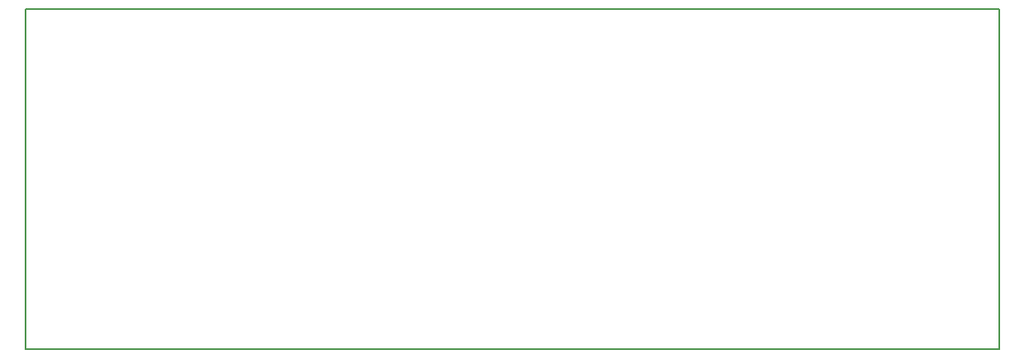
<source format=gbr>
G04 #@! TF.GenerationSoftware,KiCad,Pcbnew,(5.0.2)-1*
G04 #@! TF.CreationDate,2019-03-30T18:10:55+01:00*
G04 #@! TF.ProjectId,CCdrum,43436472-756d-42e6-9b69-6361645f7063,rev?*
G04 #@! TF.SameCoordinates,Original*
G04 #@! TF.FileFunction,Profile,NP*
%FSLAX46Y46*%
G04 Gerber Fmt 4.6, Leading zero omitted, Abs format (unit mm)*
G04 Created by KiCad (PCBNEW (5.0.2)-1) date 30/03/2019 18:10:55*
%MOMM*%
%LPD*%
G01*
G04 APERTURE LIST*
%ADD10C,0.200000*%
G04 APERTURE END LIST*
D10*
X130000000Y-125000000D02*
X30000000Y-125000000D01*
X130000000Y-160000000D02*
X130000000Y-125000000D01*
X30000000Y-160000000D02*
X30000000Y-125000000D01*
X30000000Y-160000000D02*
X130000000Y-160000000D01*
M02*

</source>
